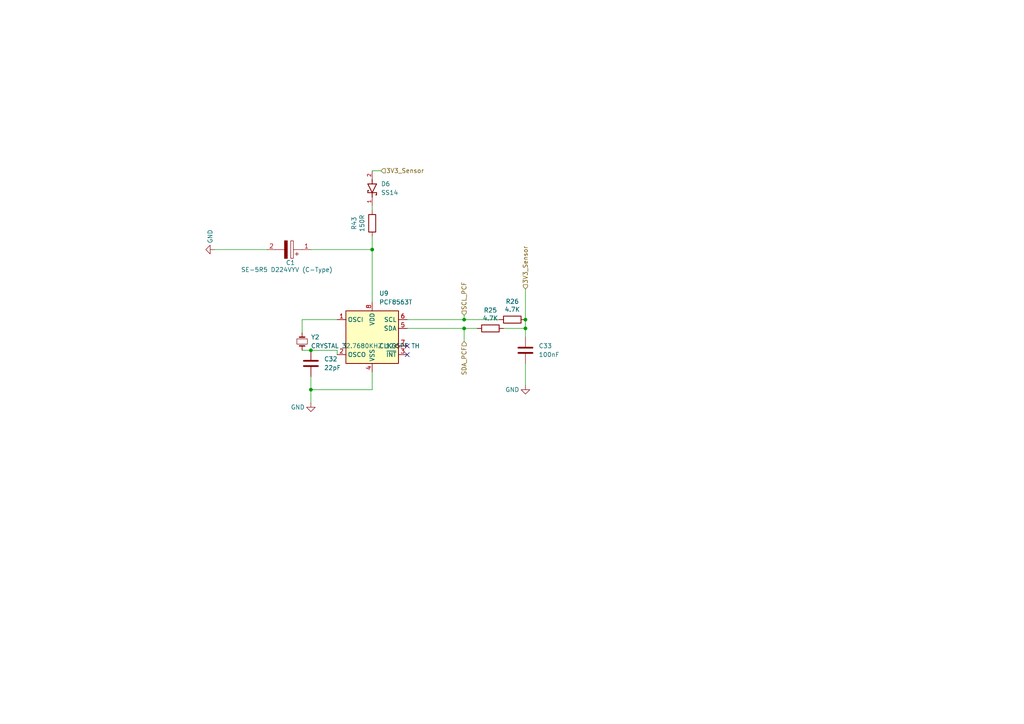
<source format=kicad_sch>
(kicad_sch (version 20231120) (generator "eeschema") (generator_version "8.0")
  (paper "A4")
  (lib_symbols
    (symbol "Device:C" (pin_numbers hide) (pin_names (offset 0.254))
      (property "Reference" "C" (at 0.635 2.54 0))
      (property "Value" "C" (at 0.635 -2.54 0))
      (symbol "C_0_1"
        (polyline (pts (xy -2.032 -0.762) (xy 2.032 -0.762)) (stroke (width 0.508)))
        (polyline (pts (xy -2.032 0.762) (xy 2.032 0.762)) (stroke (width 0.508)))
      )
      (symbol "C_1_1"
        (pin passive line (at 0 3.81 270) (length 2.794) (name "~") (number "1"))
        (pin passive line (at 0 -3.81 90) (length 2.794) (name "~") (number "2"))
      )
    )
    (symbol "Device:Crystal_Small" (pin_numbers hide) (pin_names (offset 1.016) hide)
      (property "Reference" "Y" (at 0 2.54 0))
      (property "Value" "Crystal_Small" (at 0 -2.54 0))
      (symbol "Crystal_Small_0_1"
        (rectangle (start -0.762 -1.524) (end 0.762 1.524))
        (polyline (pts (xy -1.27 -0.762) (xy -1.27 0.762)) (stroke (width 0.381)))
        (polyline (pts (xy 1.27 -0.762) (xy 1.27 0.762)) (stroke (width 0.381)))
      )
      (symbol "Crystal_Small_1_1"
        (pin passive line (at -2.54 0 0) (length 1.27) (name "1") (number "1"))
        (pin passive line (at 2.54 0 180) (length 1.27) (name "2") (number "2"))
      )
    )
    (symbol "Device:R" (pin_numbers hide) (pin_names (offset 0))
      (property "Reference" "R" (at 2.032 0 90))
      (property "Value" "R" (at 0 0 90))
      (symbol "R_0_1"
        (rectangle (start -1.016 -2.54) (end 1.016 2.54) (stroke (width 0.254)))
      )
      (symbol "R_1_1"
        (pin passive line (at 0 3.81 270) (length 1.27) (name "~") (number "1"))
        (pin passive line (at 0 -3.81 90) (length 1.27) (name "~") (number "2"))
      )
    )
    (symbol "SS14:SS14" (pin_names (offset 1.016))
      (property "Reference" "D6" (at -1.2701 2.54 90))
      (property "Value" "SS14" (at 1.2699 2.54 90))
      (symbol "SS14_0_0"
        (polyline (pts (xy -2.54 0) (xy -1.27 0)) (stroke (width 0.254)))
        (polyline (pts (xy -1.27 -1.27) (xy 1.27 0)) (stroke (width 0.254)))
        (polyline (pts (xy -1.27 0) (xy -1.27 -1.27)) (stroke (width 0.254)))
        (polyline (pts (xy -1.27 1.27) (xy -1.27 0)) (stroke (width 0.254)))
        (polyline (pts (xy 0.635 -1.016) (xy 0.635 -1.27)) (stroke (width 0.254)))
        (polyline (pts (xy 1.27 -1.27) (xy 0.635 -1.27)) (stroke (width 0.254)))
        (polyline (pts (xy 1.27 0) (xy -1.27 1.27)) (stroke (width 0.254)))
        (polyline (pts (xy 1.27 0) (xy 1.27 -1.27)) (stroke (width 0.254)))
        (polyline (pts (xy 1.27 1.27) (xy 1.27 0)) (stroke (width 0.254)))
        (polyline (pts (xy 1.905 1.27) (xy 1.27 1.27)) (stroke (width 0.254)))
        (polyline (pts (xy 1.905 1.27) (xy 1.905 1.016)) (stroke (width 0.254)))
        (polyline (pts (xy 2.54 0) (xy 1.27 0)) (stroke (width 0.254)))
      )
      (symbol "SS14_1_0"
        (pin passive line (at 5.08 0 180) (length 2.54) (name "~") (number "1"))
        (pin passive line (at -5.08 0 0) (length 2.54) (name "~") (number "2"))
      )
    )
    (symbol "Timer_RTC:PCF8563T"
      (property "Reference" "U" (at -7.62 8.89 0))
      (property "Value" "PCF8563T" (at 2.54 8.89 0))
      (symbol "PCF8563T_0_1"
        (rectangle (start -7.62 7.62) (end 7.62 -7.62) (stroke (width 0.254)) (fill (type background)))
      )
      (symbol "PCF8563T_1_1"
        (pin input line (at -10.16 5.08 0) (length 2.54) (name "OSCI") (number "1"))
        (pin output line (at -10.16 -5.08 0) (length 2.54) (name "OSCO") (number "2"))
        (pin output line (at 10.16 -5.08 180) (length 2.54) (name "~{INT}") (number "3"))
        (pin power_in line (at 0 -10.16 90) (length 2.54) (name "VSS") (number "4"))
        (pin bidirectional line (at 10.16 2.54 180) (length 2.54) (name "SDA") (number "5"))
        (pin input line (at 10.16 5.08 180) (length 2.54) (name "SCL") (number "6"))
        (pin output clock (at 10.16 -2.54 180) (length 2.54) (name "CLKO") (number "7"))
        (pin power_in line (at 0 10.16 270) (length 2.54) (name "VDD") (number "8"))
      )
    )
    (symbol "UWT1H221MNL1GS:UWT1H221MNL1GS" (pin_names (offset 0.762))
      (property "Reference" "C" (at 8.89 6.35 0))
      (property "Value" "UWT1H221MNL1GS" (at 8.89 3.81 0))
      (symbol "UWT1H221MNL1GS_0_0"
        (pin passive line (at 0 0 0) (length 2.54) (name "~") (number "1"))
        (pin passive line (at 12.7 0 180) (length 2.54) (name "~") (number "2"))
      )
      (symbol "UWT1H221MNL1GS_0_1"
        (polyline (pts (xy 2.54 0) (xy 5.08 0)) (stroke (width 0.1524)))
        (polyline (pts (xy 4.064 1.778) (xy 4.064 0.762)) (stroke (width 0.1524)))
        (polyline (pts (xy 4.572 1.27) (xy 3.556 1.27)) (stroke (width 0.1524)))
        (polyline (pts (xy 7.62 0) (xy 10.16 0)) (stroke (width 0.1524)))
        (polyline (pts (xy 5.08 2.54) (xy 5.08 -2.54) (xy 5.842 -2.54) (xy 5.842 2.54) (xy 5.08 2.54)) (stroke (width 0.1524)))
        (polyline (pts (xy 7.62 2.54) (xy 7.62 -2.54) (xy 6.858 -2.54) (xy 6.858 2.54) (xy 7.62 2.54)) (stroke (width 0.254)) (fill (type outline)))
      )
    )
    (symbol "power:GND" (power) (pin_names (offset 0))
      (property "Value" "GND" (at 0 -3.81 0))
      (symbol "GND_0_1"
        (polyline (pts (xy 0 0) (xy 0 -1.27) (xy 1.27 -1.27) (xy 0 -2.54) (xy -1.27 -1.27) (xy 0 -1.27)))
      )
      (symbol "GND_1_1"
        (pin power_in line (at 0 0 270) (length 0) hide (name "GND") (number "1"))
      )
    )
  )
  (junction (at 107.95 72.39))
  (junction (at 90.17 113.03))
  (junction (at 134.62 92.71))
  (junction (at 152.4 92.71))
  (junction (at 90.17 101.6))
  (junction (at 134.62 95.25))
  (junction (at 152.4 95.25))
  (no_connect (at 118.11 102.87))
  (no_connect (at 118.11 100.33))
  (wire (pts (xy 97.79 92.71) (xy 87.63 92.71)))
  (wire (pts (xy 134.62 91.44) (xy 134.62 92.71)))
  (wire (pts (xy 107.95 72.39) (xy 107.95 87.63)))
  (wire (pts (xy 90.17 101.6) (xy 97.79 101.6)))
  (wire (pts (xy 134.62 95.25) (xy 134.62 99.06)))
  (wire (pts (xy 87.63 101.6) (xy 90.17 101.6)))
  (wire (pts (xy 152.4 92.71) (xy 152.4 95.25)))
  (wire (pts (xy 87.63 92.71) (xy 87.63 96.52)))
  (wire (pts (xy 146.05 95.25) (xy 152.4 95.25)))
  (wire (pts (xy 107.95 107.95) (xy 107.95 113.03)))
  (wire (pts (xy 144.78 92.71) (xy 134.62 92.71)))
  (wire (pts (xy 62.23 72.39) (xy 77.47 72.39)))
  (wire (pts (xy 152.4 83.82) (xy 152.4 92.71)))
  (wire (pts (xy 90.17 72.39) (xy 107.95 72.39)))
  (wire (pts (xy 134.62 92.71) (xy 118.11 92.71)))
  (wire (pts (xy 90.17 116.84) (xy 90.17 113.03)))
  (wire (pts (xy 138.43 95.25) (xy 134.62 95.25)))
  (wire (pts (xy 152.4 95.25) (xy 152.4 97.79)))
  (wire (pts (xy 134.62 95.25) (xy 118.11 95.25)))
  (wire (pts (xy 90.17 113.03) (xy 90.17 109.22)))
  (wire (pts (xy 110.49 49.53) (xy 107.95 49.53)))
  (wire (pts (xy 107.95 68.58) (xy 107.95 72.39)))
  (wire (pts (xy 107.95 113.03) (xy 90.17 113.03)))
  (wire (pts (xy 107.95 60.96) (xy 107.95 59.69)))
  (wire (pts (xy 152.4 105.41) (xy 152.4 111.76)))
  (wire (pts (xy 97.79 101.6) (xy 97.79 102.87)))
  (hierarchical_label "3V3_Sensor" (shape input) (at 110.49 49.53 0))
  (hierarchical_label "SCL_PCF" (shape input) (at 134.62 91.44 90))
  (hierarchical_label "3V3_Sensor" (shape input) (at 152.4 83.82 90))
  (hierarchical_label "SDA_PCF" (shape input) (at 134.62 99.06 270))
  (symbol (lib_id "power:GND") (at 62.23 72.39 270) (unit 1)
    (property "Reference" "#PWR0170" (effects (hide yes)))
    (property "Value" "GND" (at 60.96 68.58 0))
    (instances (project "I2CDevice" (path "" (reference "#PWR0170") (unit 1))) (project "CamTracker_CM4_V3.1" (path "" (reference "#PWR02") (unit 1))))
  )
  (symbol (lib_id "UWT1H221MNL1GS:UWT1H221MNL1GS") (at 90.17 72.39 180) (unit 1)
    (property "Reference" "C1" (at 85.598 76.2 0) (effects (justify left)))
    (property "Value" "SE-5R5 D224VYV (C-Type)" (at 96.52 78.232 0) (effects (justify left)))
    (property "Footprint" "Footprint Library:SuperCapacitor" (effects (hide yes)))
    (property "Field5" "SE-5R5 D224VYV (C-Type)" (effects (hide yes)))
  )
  (symbol (lib_id "Device:R") (at 107.95 64.77 0) (unit 1)
    (property "Reference" "R43" (at 102.6922 64.77 90))
    (property "Value" "150R" (at 105.0036 64.77 90))
    (property "Footprint" "Resistor_SMD:R_0603_1608Metric" (effects (hide yes)))
    (instances (project "I2CDevice" (path "" (reference "R43") (unit 1))) (project "CamTracker_CM4_V3.1" (path "" (reference "R2") (unit 1))))
  )
  (symbol (lib_id "Device:R") (at 142.24 95.25 270) (unit 1)
    (property "Reference" "R25" (at 142.24 89.9922 90))
    (property "Value" "4.7K" (at 142.24 92.3036 90))
    (property "Footprint" "Resistor_SMD:R_0603_1608Metric" (effects (hide yes)))
    (instances (project "I2CDevice" (path "" (reference "R25") (unit 1))) (project "CamTracker_CM4_V3.1" (path "" (reference "R3") (unit 1))))
  )
  (symbol (lib_id "power:GND") (at 90.17 116.84 0) (unit 1)
    (property "Reference" "#PWR0171" (effects (hide yes)))
    (property "Value" "GND" (at 86.36 118.11 0))
    (instances (project "I2CDevice" (path "" (reference "#PWR0171") (unit 1))) (project "CamTracker_CM4_V3.1" (path "" (reference "#PWR01") (unit 1))))
  )
  (symbol (lib_id "Device:C") (at 152.4 101.6 0) (unit 1)
    (property "Reference" "C33" (at 156.21 100.3299 0) (effects (justify left)))
    (property "Value" "100nF" (at 156.21 102.8699 0) (effects (justify left)))
    (property "Footprint" "Capacitor_SMD:C_0603_1608Metric" (effects (hide yes)))
    (instances (project "I2CDevice" (path "" (reference "C33") (unit 1))) (project "CamTracker_CM4_V3.1" (path "" (reference "C6") (unit 1))))
  )
  (symbol (lib_id "Device:C") (at 90.17 105.41 0) (unit 1)
    (property "Reference" "C32" (at 93.98 104.1399 0) (effects (justify left)))
    (property "Value" "22pF" (at 93.98 106.6799 0) (effects (justify left)))
    (property "Footprint" "Capacitor_SMD:C_0603_1608Metric" (effects (hide yes)))
    (instances (project "I2CDevice" (path "" (reference "C32") (unit 1))) (project "CamTracker_CM4_V3.1" (path "" (reference "C4") (unit 1))))
  )
  (symbol (lib_id "SS14:SS14") (at 107.95 54.61 270) (unit 1)
    (property "Reference" "D6" (at 110.49 53.3399 90) (effects (justify left)))
    (property "Value" "SS14" (at 110.49 55.8799 90) (effects (justify left)))
    (property "Footprint" "SS14:DIOM4325X250N" (effects (hide yes)))
    (property "STANDARD" "IPC-7351B" (effects (hide yes)))
    (property "MAXIMUM_PACKAGE_HEIGHT" "2.5 mm" (effects (hide yes)))
    (property "MANUFACTURER" "Taiwan Semiconductor" (effects (hide yes)))
    (property "PARTREV" "O2102" (effects (hide yes)))
    (property "Link" "https://www.lcsc.com/product-detail/Schottky-Barrier-Diodes-SBD_MDD-Microdiode-Electronics-SS14_C2480.html" (effects (hide yes)))
    (property "MPN" "SS14" (effects (hide yes)))
  )
  (symbol (lib_id "power:GND") (at 152.4 111.76 0) (unit 1)
    (property "Reference" "#PWR0172" (effects (hide yes)))
    (property "Value" "GND" (at 148.59 113.03 0))
    (instances (project "I2CDevice" (path "" (reference "#PWR0172") (unit 1))) (project "CamTracker_CM4_V3.1" (path "" (reference "#PWR08") (unit 1))))
  )
  (symbol (lib_id "Device:R") (at 148.59 92.71 270) (unit 1)
    (property "Reference" "R26" (at 148.59 87.4522 90))
    (property "Value" "4.7K" (at 148.59 89.7636 90))
    (property "Footprint" "Resistor_SMD:R_0603_1608Metric" (effects (hide yes)))
    (instances (project "I2CDevice" (path "" (reference "R26") (unit 1))) (project "CamTracker_CM4_V3.1" (path "" (reference "R4") (unit 1))))
  )
  (symbol (lib_id "Timer_RTC:PCF8563T") (at 107.95 97.79 0) (unit 1)
    (property "Reference" "U9" (at 109.9694 85.09 0) (effects (justify left)))
    (property "Value" "PCF8563T" (at 109.9694 87.63 0) (effects (justify left)))
    (property "Footprint" "Package_SO:SOIC-8_3.9x4.9mm_P1.27mm" (effects (hide yes)))
    (property "Datasheet" "https://assets.nexperia.com/documents/data-sheet/PCF8563.pdf" (effects (hide yes)))
    (property "Link" "https://www.lcsc.com/product-detail/Real-time-Clocks-RTC_NXP-Semicon-PCF8563T-5-518_C7440.html" (effects (hide yes)))
    (property "MPN" "PCF8563T/5,518" (effects (hide yes)))
    (instances (project "I2CDevice" (path "" (reference "U9") (unit 1))) (project "CamTracker_CM4_V3.1" (path "" (reference "U6") (unit 1))))
  )
  (symbol (lib_id "Device:Crystal_Small") (at 87.63 99.06 90) (unit 1)
    (property "Reference" "Y2" (at 90.17 97.7899 90) (effects (justify right)))
    (property "Value" "CRYSTAL 32.7680KHZ 12.5PF TH" (at 90.17 100.3299 90) (effects (justify right)))
    (property "Footprint" "Crystal:Crystal_AT310_D3.0mm_L10.0mm_Horizontal" (effects (hide yes)))
    (property "MPN" "CFS20632768DZFB" (effects (hide yes)))
    (property "Link" "https://www.digikey.com/en/products/detail/citizen-finedevice-co-ltd/CFS-20632768DZFB/283736" (effects (hide yes)))
  )
)
</source>
